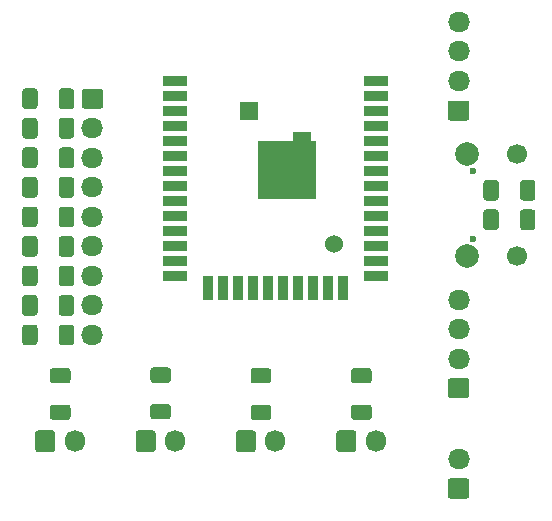
<source format=gbr>
%TF.GenerationSoftware,KiCad,Pcbnew,(5.1.9-0-10_14)*%
%TF.CreationDate,2021-04-30T08:45:58+01:00*%
%TF.ProjectId,Controller,436f6e74-726f-46c6-9c65-722e6b696361,6*%
%TF.SameCoordinates,Original*%
%TF.FileFunction,Soldermask,Bot*%
%TF.FilePolarity,Negative*%
%FSLAX46Y46*%
G04 Gerber Fmt 4.6, Leading zero omitted, Abs format (unit mm)*
G04 Created by KiCad (PCBNEW (5.1.9-0-10_14)) date 2021-04-30 08:45:58*
%MOMM*%
%LPD*%
G01*
G04 APERTURE LIST*
%ADD10R,2.000000X0.900000*%
%ADD11R,0.900000X2.000000*%
%ADD12R,5.000000X5.000000*%
%ADD13C,1.524000*%
%ADD14R,1.524000X1.524000*%
%ADD15C,1.700000*%
%ADD16C,2.000000*%
%ADD17C,0.600000*%
%ADD18O,1.850000X1.700000*%
%ADD19O,1.700000X1.850000*%
G04 APERTURE END LIST*
D10*
%TO.C,U1*%
X64000000Y-102500000D03*
X64000000Y-103770000D03*
X64000000Y-105040000D03*
X64000000Y-106310000D03*
X64000000Y-107580000D03*
X64000000Y-108850000D03*
X64000000Y-110120000D03*
X64000000Y-111390000D03*
X64000000Y-112660000D03*
X64000000Y-113930000D03*
X64000000Y-115200000D03*
X64000000Y-116470000D03*
X64000000Y-117740000D03*
X64000000Y-119010000D03*
D11*
X66785000Y-120010000D03*
X68055000Y-120010000D03*
X69325000Y-120010000D03*
X70595000Y-120010000D03*
X71865000Y-120010000D03*
X73135000Y-120010000D03*
X74405000Y-120010000D03*
X75675000Y-120010000D03*
X76945000Y-120010000D03*
X78215000Y-120010000D03*
D10*
X81000000Y-119010000D03*
X81000000Y-117740000D03*
X81000000Y-116470000D03*
X81000000Y-115200000D03*
X81000000Y-113930000D03*
X81000000Y-112660000D03*
X81000000Y-111390000D03*
X81000000Y-110120000D03*
X81000000Y-108850000D03*
X81000000Y-107580000D03*
X81000000Y-106310000D03*
X81000000Y-105040000D03*
X81000000Y-103770000D03*
X81000000Y-102500000D03*
D12*
X73500000Y-110000000D03*
%TD*%
D13*
%TO.C,U6*%
X77475000Y-116325000D03*
%TD*%
%TO.C,R16*%
G36*
G01*
X54150000Y-104625001D02*
X54150000Y-103374999D01*
G75*
G02*
X54399999Y-103125000I249999J0D01*
G01*
X55200001Y-103125000D01*
G75*
G02*
X55450000Y-103374999I0J-249999D01*
G01*
X55450000Y-104625001D01*
G75*
G02*
X55200001Y-104875000I-249999J0D01*
G01*
X54399999Y-104875000D01*
G75*
G02*
X54150000Y-104625001I0J249999D01*
G01*
G37*
G36*
G01*
X51050000Y-104625001D02*
X51050000Y-103374999D01*
G75*
G02*
X51299999Y-103125000I249999J0D01*
G01*
X52100001Y-103125000D01*
G75*
G02*
X52350000Y-103374999I0J-249999D01*
G01*
X52350000Y-104625001D01*
G75*
G02*
X52100001Y-104875000I-249999J0D01*
G01*
X51299999Y-104875000D01*
G75*
G02*
X51050000Y-104625001I0J249999D01*
G01*
G37*
%TD*%
%TO.C,R12*%
G36*
G01*
X54150000Y-124625001D02*
X54150000Y-123374999D01*
G75*
G02*
X54399999Y-123125000I249999J0D01*
G01*
X55200001Y-123125000D01*
G75*
G02*
X55450000Y-123374999I0J-249999D01*
G01*
X55450000Y-124625001D01*
G75*
G02*
X55200001Y-124875000I-249999J0D01*
G01*
X54399999Y-124875000D01*
G75*
G02*
X54150000Y-124625001I0J249999D01*
G01*
G37*
G36*
G01*
X51050000Y-124625001D02*
X51050000Y-123374999D01*
G75*
G02*
X51299999Y-123125000I249999J0D01*
G01*
X52100001Y-123125000D01*
G75*
G02*
X52350000Y-123374999I0J-249999D01*
G01*
X52350000Y-124625001D01*
G75*
G02*
X52100001Y-124875000I-249999J0D01*
G01*
X51299999Y-124875000D01*
G75*
G02*
X51050000Y-124625001I0J249999D01*
G01*
G37*
%TD*%
%TO.C,R11*%
G36*
G01*
X54150000Y-122125001D02*
X54150000Y-120874999D01*
G75*
G02*
X54399999Y-120625000I249999J0D01*
G01*
X55200001Y-120625000D01*
G75*
G02*
X55450000Y-120874999I0J-249999D01*
G01*
X55450000Y-122125001D01*
G75*
G02*
X55200001Y-122375000I-249999J0D01*
G01*
X54399999Y-122375000D01*
G75*
G02*
X54150000Y-122125001I0J249999D01*
G01*
G37*
G36*
G01*
X51050000Y-122125001D02*
X51050000Y-120874999D01*
G75*
G02*
X51299999Y-120625000I249999J0D01*
G01*
X52100001Y-120625000D01*
G75*
G02*
X52350000Y-120874999I0J-249999D01*
G01*
X52350000Y-122125001D01*
G75*
G02*
X52100001Y-122375000I-249999J0D01*
G01*
X51299999Y-122375000D01*
G75*
G02*
X51050000Y-122125001I0J249999D01*
G01*
G37*
%TD*%
%TO.C,R10*%
G36*
G01*
X54150000Y-119625001D02*
X54150000Y-118374999D01*
G75*
G02*
X54399999Y-118125000I249999J0D01*
G01*
X55200001Y-118125000D01*
G75*
G02*
X55450000Y-118374999I0J-249999D01*
G01*
X55450000Y-119625001D01*
G75*
G02*
X55200001Y-119875000I-249999J0D01*
G01*
X54399999Y-119875000D01*
G75*
G02*
X54150000Y-119625001I0J249999D01*
G01*
G37*
G36*
G01*
X51050000Y-119625001D02*
X51050000Y-118374999D01*
G75*
G02*
X51299999Y-118125000I249999J0D01*
G01*
X52100001Y-118125000D01*
G75*
G02*
X52350000Y-118374999I0J-249999D01*
G01*
X52350000Y-119625001D01*
G75*
G02*
X52100001Y-119875000I-249999J0D01*
G01*
X51299999Y-119875000D01*
G75*
G02*
X51050000Y-119625001I0J249999D01*
G01*
G37*
%TD*%
%TO.C,R9*%
G36*
G01*
X54150000Y-117125001D02*
X54150000Y-115874999D01*
G75*
G02*
X54399999Y-115625000I249999J0D01*
G01*
X55200001Y-115625000D01*
G75*
G02*
X55450000Y-115874999I0J-249999D01*
G01*
X55450000Y-117125001D01*
G75*
G02*
X55200001Y-117375000I-249999J0D01*
G01*
X54399999Y-117375000D01*
G75*
G02*
X54150000Y-117125001I0J249999D01*
G01*
G37*
G36*
G01*
X51050000Y-117125001D02*
X51050000Y-115874999D01*
G75*
G02*
X51299999Y-115625000I249999J0D01*
G01*
X52100001Y-115625000D01*
G75*
G02*
X52350000Y-115874999I0J-249999D01*
G01*
X52350000Y-117125001D01*
G75*
G02*
X52100001Y-117375000I-249999J0D01*
G01*
X51299999Y-117375000D01*
G75*
G02*
X51050000Y-117125001I0J249999D01*
G01*
G37*
%TD*%
%TO.C,R8*%
G36*
G01*
X54150000Y-114625001D02*
X54150000Y-113374999D01*
G75*
G02*
X54399999Y-113125000I249999J0D01*
G01*
X55200001Y-113125000D01*
G75*
G02*
X55450000Y-113374999I0J-249999D01*
G01*
X55450000Y-114625001D01*
G75*
G02*
X55200001Y-114875000I-249999J0D01*
G01*
X54399999Y-114875000D01*
G75*
G02*
X54150000Y-114625001I0J249999D01*
G01*
G37*
G36*
G01*
X51050000Y-114625001D02*
X51050000Y-113374999D01*
G75*
G02*
X51299999Y-113125000I249999J0D01*
G01*
X52100001Y-113125000D01*
G75*
G02*
X52350000Y-113374999I0J-249999D01*
G01*
X52350000Y-114625001D01*
G75*
G02*
X52100001Y-114875000I-249999J0D01*
G01*
X51299999Y-114875000D01*
G75*
G02*
X51050000Y-114625001I0J249999D01*
G01*
G37*
%TD*%
%TO.C,R7*%
G36*
G01*
X54150000Y-112125001D02*
X54150000Y-110874999D01*
G75*
G02*
X54399999Y-110625000I249999J0D01*
G01*
X55200001Y-110625000D01*
G75*
G02*
X55450000Y-110874999I0J-249999D01*
G01*
X55450000Y-112125001D01*
G75*
G02*
X55200001Y-112375000I-249999J0D01*
G01*
X54399999Y-112375000D01*
G75*
G02*
X54150000Y-112125001I0J249999D01*
G01*
G37*
G36*
G01*
X51050000Y-112125001D02*
X51050000Y-110874999D01*
G75*
G02*
X51299999Y-110625000I249999J0D01*
G01*
X52100001Y-110625000D01*
G75*
G02*
X52350000Y-110874999I0J-249999D01*
G01*
X52350000Y-112125001D01*
G75*
G02*
X52100001Y-112375000I-249999J0D01*
G01*
X51299999Y-112375000D01*
G75*
G02*
X51050000Y-112125001I0J249999D01*
G01*
G37*
%TD*%
%TO.C,R2*%
G36*
G01*
X54150000Y-109625001D02*
X54150000Y-108374999D01*
G75*
G02*
X54399999Y-108125000I249999J0D01*
G01*
X55200001Y-108125000D01*
G75*
G02*
X55450000Y-108374999I0J-249999D01*
G01*
X55450000Y-109625001D01*
G75*
G02*
X55200001Y-109875000I-249999J0D01*
G01*
X54399999Y-109875000D01*
G75*
G02*
X54150000Y-109625001I0J249999D01*
G01*
G37*
G36*
G01*
X51050000Y-109625001D02*
X51050000Y-108374999D01*
G75*
G02*
X51299999Y-108125000I249999J0D01*
G01*
X52100001Y-108125000D01*
G75*
G02*
X52350000Y-108374999I0J-249999D01*
G01*
X52350000Y-109625001D01*
G75*
G02*
X52100001Y-109875000I-249999J0D01*
G01*
X51299999Y-109875000D01*
G75*
G02*
X51050000Y-109625001I0J249999D01*
G01*
G37*
%TD*%
%TO.C,R1*%
G36*
G01*
X54150000Y-107125001D02*
X54150000Y-105874999D01*
G75*
G02*
X54399999Y-105625000I249999J0D01*
G01*
X55200001Y-105625000D01*
G75*
G02*
X55450000Y-105874999I0J-249999D01*
G01*
X55450000Y-107125001D01*
G75*
G02*
X55200001Y-107375000I-249999J0D01*
G01*
X54399999Y-107375000D01*
G75*
G02*
X54150000Y-107125001I0J249999D01*
G01*
G37*
G36*
G01*
X51050000Y-107125001D02*
X51050000Y-105874999D01*
G75*
G02*
X51299999Y-105625000I249999J0D01*
G01*
X52100001Y-105625000D01*
G75*
G02*
X52350000Y-105874999I0J-249999D01*
G01*
X52350000Y-107125001D01*
G75*
G02*
X52100001Y-107375000I-249999J0D01*
G01*
X51299999Y-107375000D01*
G75*
G02*
X51050000Y-107125001I0J249999D01*
G01*
G37*
%TD*%
D14*
%TO.C,M2*%
X74750000Y-107580000D03*
%TD*%
%TO.C,M1*%
X70250000Y-105040000D03*
%TD*%
D15*
%TO.C,J9*%
X92910000Y-108675000D03*
X92910000Y-117325000D03*
D16*
X88730000Y-108675000D03*
X88730000Y-117325000D03*
D17*
X89210000Y-110110000D03*
X89210000Y-115890000D03*
%TD*%
%TO.C,R14*%
G36*
G01*
X91400000Y-111124999D02*
X91400000Y-112375001D01*
G75*
G02*
X91150001Y-112625000I-249999J0D01*
G01*
X90349999Y-112625000D01*
G75*
G02*
X90100000Y-112375001I0J249999D01*
G01*
X90100000Y-111124999D01*
G75*
G02*
X90349999Y-110875000I249999J0D01*
G01*
X91150001Y-110875000D01*
G75*
G02*
X91400000Y-111124999I0J-249999D01*
G01*
G37*
G36*
G01*
X94500000Y-111124999D02*
X94500000Y-112375001D01*
G75*
G02*
X94250001Y-112625000I-249999J0D01*
G01*
X93449999Y-112625000D01*
G75*
G02*
X93200000Y-112375001I0J249999D01*
G01*
X93200000Y-111124999D01*
G75*
G02*
X93449999Y-110875000I249999J0D01*
G01*
X94250001Y-110875000D01*
G75*
G02*
X94500000Y-111124999I0J-249999D01*
G01*
G37*
%TD*%
%TO.C,R13*%
G36*
G01*
X93200000Y-114875001D02*
X93200000Y-113624999D01*
G75*
G02*
X93449999Y-113375000I249999J0D01*
G01*
X94250001Y-113375000D01*
G75*
G02*
X94500000Y-113624999I0J-249999D01*
G01*
X94500000Y-114875001D01*
G75*
G02*
X94250001Y-115125000I-249999J0D01*
G01*
X93449999Y-115125000D01*
G75*
G02*
X93200000Y-114875001I0J249999D01*
G01*
G37*
G36*
G01*
X90100000Y-114875001D02*
X90100000Y-113624999D01*
G75*
G02*
X90349999Y-113375000I249999J0D01*
G01*
X91150001Y-113375000D01*
G75*
G02*
X91400000Y-113624999I0J-249999D01*
G01*
X91400000Y-114875001D01*
G75*
G02*
X91150001Y-115125000I-249999J0D01*
G01*
X90349999Y-115125000D01*
G75*
G02*
X90100000Y-114875001I0J249999D01*
G01*
G37*
%TD*%
%TO.C,R6*%
G36*
G01*
X80395001Y-128100000D02*
X79144999Y-128100000D01*
G75*
G02*
X78895000Y-127850001I0J249999D01*
G01*
X78895000Y-127049999D01*
G75*
G02*
X79144999Y-126800000I249999J0D01*
G01*
X80395001Y-126800000D01*
G75*
G02*
X80645000Y-127049999I0J-249999D01*
G01*
X80645000Y-127850001D01*
G75*
G02*
X80395001Y-128100000I-249999J0D01*
G01*
G37*
G36*
G01*
X80395001Y-131200000D02*
X79144999Y-131200000D01*
G75*
G02*
X78895000Y-130950001I0J249999D01*
G01*
X78895000Y-130149999D01*
G75*
G02*
X79144999Y-129900000I249999J0D01*
G01*
X80395001Y-129900000D01*
G75*
G02*
X80645000Y-130149999I0J-249999D01*
G01*
X80645000Y-130950001D01*
G75*
G02*
X80395001Y-131200000I-249999J0D01*
G01*
G37*
%TD*%
%TO.C,R5*%
G36*
G01*
X71895001Y-128100000D02*
X70644999Y-128100000D01*
G75*
G02*
X70395000Y-127850001I0J249999D01*
G01*
X70395000Y-127049999D01*
G75*
G02*
X70644999Y-126800000I249999J0D01*
G01*
X71895001Y-126800000D01*
G75*
G02*
X72145000Y-127049999I0J-249999D01*
G01*
X72145000Y-127850001D01*
G75*
G02*
X71895001Y-128100000I-249999J0D01*
G01*
G37*
G36*
G01*
X71895001Y-131200000D02*
X70644999Y-131200000D01*
G75*
G02*
X70395000Y-130950001I0J249999D01*
G01*
X70395000Y-130149999D01*
G75*
G02*
X70644999Y-129900000I249999J0D01*
G01*
X71895001Y-129900000D01*
G75*
G02*
X72145000Y-130149999I0J-249999D01*
G01*
X72145000Y-130950001D01*
G75*
G02*
X71895001Y-131200000I-249999J0D01*
G01*
G37*
%TD*%
%TO.C,R4*%
G36*
G01*
X63395001Y-128050000D02*
X62144999Y-128050000D01*
G75*
G02*
X61895000Y-127800001I0J249999D01*
G01*
X61895000Y-126999999D01*
G75*
G02*
X62144999Y-126750000I249999J0D01*
G01*
X63395001Y-126750000D01*
G75*
G02*
X63645000Y-126999999I0J-249999D01*
G01*
X63645000Y-127800001D01*
G75*
G02*
X63395001Y-128050000I-249999J0D01*
G01*
G37*
G36*
G01*
X63395001Y-131150000D02*
X62144999Y-131150000D01*
G75*
G02*
X61895000Y-130900001I0J249999D01*
G01*
X61895000Y-130099999D01*
G75*
G02*
X62144999Y-129850000I249999J0D01*
G01*
X63395001Y-129850000D01*
G75*
G02*
X63645000Y-130099999I0J-249999D01*
G01*
X63645000Y-130900001D01*
G75*
G02*
X63395001Y-131150000I-249999J0D01*
G01*
G37*
%TD*%
%TO.C,R3*%
G36*
G01*
X54895001Y-128100000D02*
X53644999Y-128100000D01*
G75*
G02*
X53395000Y-127850001I0J249999D01*
G01*
X53395000Y-127049999D01*
G75*
G02*
X53644999Y-126800000I249999J0D01*
G01*
X54895001Y-126800000D01*
G75*
G02*
X55145000Y-127049999I0J-249999D01*
G01*
X55145000Y-127850001D01*
G75*
G02*
X54895001Y-128100000I-249999J0D01*
G01*
G37*
G36*
G01*
X54895001Y-131200000D02*
X53644999Y-131200000D01*
G75*
G02*
X53395000Y-130950001I0J249999D01*
G01*
X53395000Y-130149999D01*
G75*
G02*
X53644999Y-129900000I249999J0D01*
G01*
X54895001Y-129900000D01*
G75*
G02*
X55145000Y-130149999I0J-249999D01*
G01*
X55145000Y-130950001D01*
G75*
G02*
X54895001Y-131200000I-249999J0D01*
G01*
G37*
%TD*%
D18*
%TO.C,J2*%
X88000000Y-134500000D03*
G36*
G01*
X88675000Y-137850000D02*
X87325000Y-137850000D01*
G75*
G02*
X87075000Y-137600000I0J250000D01*
G01*
X87075000Y-136400000D01*
G75*
G02*
X87325000Y-136150000I250000J0D01*
G01*
X88675000Y-136150000D01*
G75*
G02*
X88925000Y-136400000I0J-250000D01*
G01*
X88925000Y-137600000D01*
G75*
G02*
X88675000Y-137850000I-250000J0D01*
G01*
G37*
%TD*%
%TO.C,J4*%
X88000000Y-97500000D03*
X88000000Y-100000000D03*
X88000000Y-102500000D03*
G36*
G01*
X88675000Y-105850000D02*
X87325000Y-105850000D01*
G75*
G02*
X87075000Y-105600000I0J250000D01*
G01*
X87075000Y-104400000D01*
G75*
G02*
X87325000Y-104150000I250000J0D01*
G01*
X88675000Y-104150000D01*
G75*
G02*
X88925000Y-104400000I0J-250000D01*
G01*
X88925000Y-105600000D01*
G75*
G02*
X88675000Y-105850000I-250000J0D01*
G01*
G37*
%TD*%
%TO.C,J3*%
X88000000Y-121000000D03*
X88000000Y-123500000D03*
X88000000Y-126000000D03*
G36*
G01*
X88675000Y-129350000D02*
X87325000Y-129350000D01*
G75*
G02*
X87075000Y-129100000I0J250000D01*
G01*
X87075000Y-127900000D01*
G75*
G02*
X87325000Y-127650000I250000J0D01*
G01*
X88675000Y-127650000D01*
G75*
G02*
X88925000Y-127900000I0J-250000D01*
G01*
X88925000Y-129100000D01*
G75*
G02*
X88675000Y-129350000I-250000J0D01*
G01*
G37*
%TD*%
D19*
%TO.C,J8*%
X81000000Y-133000000D03*
G36*
G01*
X77650000Y-133675000D02*
X77650000Y-132325000D01*
G75*
G02*
X77900000Y-132075000I250000J0D01*
G01*
X79100000Y-132075000D01*
G75*
G02*
X79350000Y-132325000I0J-250000D01*
G01*
X79350000Y-133675000D01*
G75*
G02*
X79100000Y-133925000I-250000J0D01*
G01*
X77900000Y-133925000D01*
G75*
G02*
X77650000Y-133675000I0J250000D01*
G01*
G37*
%TD*%
%TO.C,J7*%
X72500000Y-133000000D03*
G36*
G01*
X69150000Y-133675000D02*
X69150000Y-132325000D01*
G75*
G02*
X69400000Y-132075000I250000J0D01*
G01*
X70600000Y-132075000D01*
G75*
G02*
X70850000Y-132325000I0J-250000D01*
G01*
X70850000Y-133675000D01*
G75*
G02*
X70600000Y-133925000I-250000J0D01*
G01*
X69400000Y-133925000D01*
G75*
G02*
X69150000Y-133675000I0J250000D01*
G01*
G37*
%TD*%
%TO.C,J6*%
X64000000Y-133000000D03*
G36*
G01*
X60650000Y-133675000D02*
X60650000Y-132325000D01*
G75*
G02*
X60900000Y-132075000I250000J0D01*
G01*
X62100000Y-132075000D01*
G75*
G02*
X62350000Y-132325000I0J-250000D01*
G01*
X62350000Y-133675000D01*
G75*
G02*
X62100000Y-133925000I-250000J0D01*
G01*
X60900000Y-133925000D01*
G75*
G02*
X60650000Y-133675000I0J250000D01*
G01*
G37*
%TD*%
%TO.C,J5*%
X55500000Y-133000000D03*
G36*
G01*
X52150000Y-133675000D02*
X52150000Y-132325000D01*
G75*
G02*
X52400000Y-132075000I250000J0D01*
G01*
X53600000Y-132075000D01*
G75*
G02*
X53850000Y-132325000I0J-250000D01*
G01*
X53850000Y-133675000D01*
G75*
G02*
X53600000Y-133925000I-250000J0D01*
G01*
X52400000Y-133925000D01*
G75*
G02*
X52150000Y-133675000I0J250000D01*
G01*
G37*
%TD*%
D18*
%TO.C,J1*%
X57000000Y-124000000D03*
X57000000Y-121500000D03*
X57000000Y-119000000D03*
X57000000Y-116500000D03*
X57000000Y-114000000D03*
X57000000Y-111500000D03*
X57000000Y-109000000D03*
X57000000Y-106500000D03*
G36*
G01*
X56325000Y-103150000D02*
X57675000Y-103150000D01*
G75*
G02*
X57925000Y-103400000I0J-250000D01*
G01*
X57925000Y-104600000D01*
G75*
G02*
X57675000Y-104850000I-250000J0D01*
G01*
X56325000Y-104850000D01*
G75*
G02*
X56075000Y-104600000I0J250000D01*
G01*
X56075000Y-103400000D01*
G75*
G02*
X56325000Y-103150000I250000J0D01*
G01*
G37*
%TD*%
M02*

</source>
